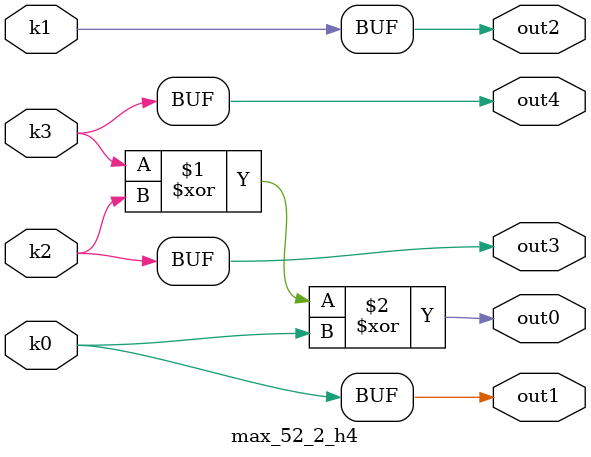
<source format=v>
module max_52_2(pi0, pi1, pi2, pi3, pi4, pi5, pi6, pi7, po0, po1, po2, po3, po4);
input pi0, pi1, pi2, pi3, pi4, pi5, pi6, pi7;
output po0, po1, po2, po3, po4;
wire k0, k1, k2, k3;
max_52_2_w4 DUT1 (pi0, pi1, pi2, pi3, pi4, pi5, pi6, pi7, k0, k1, k2, k3);
max_52_2_h4 DUT2 (k0, k1, k2, k3, po0, po1, po2, po3, po4);
endmodule

module max_52_2_w4(in7, in6, in5, in4, in3, in2, in1, in0, k3, k2, k1, k0);
input in7, in6, in5, in4, in3, in2, in1, in0;
output k3, k2, k1, k0;
assign k0 =   in1 ? ~in7 : ~in4;
assign k1 =   in1 ? ~in5 : ~in2;
assign k2 =   ((in5 | ~in2) & ((~in0 & (in6 | ~in3) & (in7 | ~in4)) | (in6 & ~in3))) | (in5 & ~in2);
assign k3 =   ~in4 & in7;
endmodule

module max_52_2_h4(k3, k2, k1, k0, out4, out3, out2, out1, out0);
input k3, k2, k1, k0;
output out4, out3, out2, out1, out0;
assign out0 = k3 ^ k2 ^ k0;
assign out1 = k0;
assign out2 = k1;
assign out3 = k2;
assign out4 = k3;
endmodule

</source>
